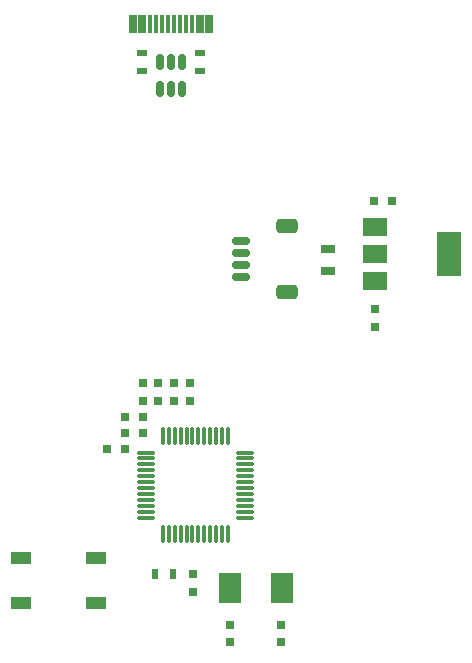
<source format=gbr>
%TF.GenerationSoftware,KiCad,Pcbnew,(6.0.1)*%
%TF.CreationDate,2022-02-15T23:07:00-05:00*%
%TF.ProjectId,herringbone_macro_pad,68657272-696e-4676-926f-6e655f6d6163,rev?*%
%TF.SameCoordinates,Original*%
%TF.FileFunction,Paste,Bot*%
%TF.FilePolarity,Positive*%
%FSLAX46Y46*%
G04 Gerber Fmt 4.6, Leading zero omitted, Abs format (unit mm)*
G04 Created by KiCad (PCBNEW (6.0.1)) date 2022-02-15 23:07:00*
%MOMM*%
%LPD*%
G01*
G04 APERTURE LIST*
G04 Aperture macros list*
%AMRoundRect*
0 Rectangle with rounded corners*
0 $1 Rounding radius*
0 $2 $3 $4 $5 $6 $7 $8 $9 X,Y pos of 4 corners*
0 Add a 4 corners polygon primitive as box body*
4,1,4,$2,$3,$4,$5,$6,$7,$8,$9,$2,$3,0*
0 Add four circle primitives for the rounded corners*
1,1,$1+$1,$2,$3*
1,1,$1+$1,$4,$5*
1,1,$1+$1,$6,$7*
1,1,$1+$1,$8,$9*
0 Add four rect primitives between the rounded corners*
20,1,$1+$1,$2,$3,$4,$5,0*
20,1,$1+$1,$4,$5,$6,$7,0*
20,1,$1+$1,$6,$7,$8,$9,0*
20,1,$1+$1,$8,$9,$2,$3,0*%
G04 Aperture macros list end*
%ADD10RoundRect,0.150000X-0.625000X0.150000X-0.625000X-0.150000X0.625000X-0.150000X0.625000X0.150000X0*%
%ADD11RoundRect,0.250000X-0.650000X0.350000X-0.650000X-0.350000X0.650000X-0.350000X0.650000X0.350000X0*%
%ADD12R,1.700000X1.000000*%
%ADD13R,0.800000X0.750000*%
%ADD14R,0.750000X0.800000*%
%ADD15R,2.000000X1.500000*%
%ADD16R,2.000000X3.800000*%
%ADD17RoundRect,0.050000X-0.300000X-0.725000X0.300000X-0.725000X0.300000X0.725000X-0.300000X0.725000X0*%
%ADD18RoundRect,0.050000X-0.150000X-0.725000X0.150000X-0.725000X0.150000X0.725000X-0.150000X0.725000X0*%
%ADD19R,1.300000X0.700000*%
%ADD20RoundRect,0.075000X0.662500X-0.075000X0.662500X0.075000X-0.662500X0.075000X-0.662500X-0.075000X0*%
%ADD21RoundRect,0.075000X0.075000X-0.662500X0.075000X0.662500X-0.075000X0.662500X-0.075000X-0.662500X0*%
%ADD22RoundRect,0.150000X-0.150000X0.512500X-0.150000X-0.512500X0.150000X-0.512500X0.150000X0.512500X0*%
%ADD23R,0.500000X0.900000*%
%ADD24R,0.900000X0.500000*%
%ADD25R,1.900000X2.500000*%
G04 APERTURE END LIST*
D10*
%TO.C,J1*%
X167850000Y-54650000D03*
X167850000Y-55650000D03*
X167850000Y-56650000D03*
X167850000Y-57650000D03*
D11*
X171725000Y-58950000D03*
X171725000Y-53350000D03*
%TD*%
D12*
%TO.C,SW11*%
X155550000Y-81450000D03*
X149250000Y-81450000D03*
X155550000Y-85250000D03*
X149250000Y-85250000D03*
%TD*%
D13*
%TO.C,C7*%
X158050000Y-69550000D03*
X159550000Y-69550000D03*
%TD*%
D14*
%TO.C,C12*%
X163750000Y-84300000D03*
X163750000Y-82800000D03*
%TD*%
D15*
%TO.C,U2*%
X179200000Y-58000000D03*
D16*
X185500000Y-55700000D03*
D15*
X179200000Y-55700000D03*
X179200000Y-53400000D03*
%TD*%
D14*
%TO.C,C9*%
X159530000Y-66650000D03*
X159530000Y-68150000D03*
%TD*%
D17*
%TO.C,USB1*%
X165150000Y-36270000D03*
X164375000Y-36270000D03*
D18*
X163675000Y-36270000D03*
X163175000Y-36270000D03*
X162675000Y-36270000D03*
X162175000Y-36270000D03*
X161675000Y-36270000D03*
X161175000Y-36270000D03*
X160675000Y-36270000D03*
X160175000Y-36270000D03*
D17*
X159475000Y-36270000D03*
X158700000Y-36270000D03*
%TD*%
D19*
%TO.C,D1*%
X175250000Y-55250000D03*
X175250000Y-57150000D03*
%TD*%
D20*
%TO.C,U3*%
X168152500Y-78020000D03*
X168152500Y-77520000D03*
X168152500Y-77020000D03*
X168152500Y-76520000D03*
X168152500Y-76020000D03*
X168152500Y-75520000D03*
X168152500Y-75020000D03*
X168152500Y-74520000D03*
X168152500Y-74020000D03*
X168152500Y-73520000D03*
X168152500Y-73020000D03*
X168152500Y-72520000D03*
D21*
X166740000Y-71107500D03*
X166240000Y-71107500D03*
X165740000Y-71107500D03*
X165240000Y-71107500D03*
X164740000Y-71107500D03*
X164240000Y-71107500D03*
X163740000Y-71107500D03*
X163240000Y-71107500D03*
X162740000Y-71107500D03*
X162240000Y-71107500D03*
X161740000Y-71107500D03*
X161240000Y-71107500D03*
D20*
X159827500Y-72520000D03*
X159827500Y-73020000D03*
X159827500Y-73520000D03*
X159827500Y-74020000D03*
X159827500Y-74520000D03*
X159827500Y-75020000D03*
X159827500Y-75520000D03*
X159827500Y-76020000D03*
X159827500Y-76520000D03*
X159827500Y-77020000D03*
X159827500Y-77520000D03*
X159827500Y-78020000D03*
D21*
X161240000Y-79432500D03*
X161740000Y-79432500D03*
X162240000Y-79432500D03*
X162740000Y-79432500D03*
X163240000Y-79432500D03*
X163740000Y-79432500D03*
X164240000Y-79432500D03*
X164740000Y-79432500D03*
X165240000Y-79432500D03*
X165740000Y-79432500D03*
X166240000Y-79432500D03*
X166740000Y-79432500D03*
%TD*%
D13*
%TO.C,C5*%
X158040000Y-70860000D03*
X159540000Y-70860000D03*
%TD*%
D14*
%TO.C,C10*%
X160860000Y-66650000D03*
X160860000Y-68150000D03*
%TD*%
%TO.C,C8*%
X163550000Y-68150000D03*
X163550000Y-66650000D03*
%TD*%
D13*
%TO.C,C11*%
X156500000Y-72200000D03*
X158000000Y-72200000D03*
%TD*%
D22*
%TO.C,U1*%
X160970000Y-41747500D03*
X161920000Y-41747500D03*
X162870000Y-41747500D03*
X162870000Y-39472500D03*
X161920000Y-39472500D03*
X160970000Y-39472500D03*
%TD*%
D23*
%TO.C,R5*%
X162100000Y-82800000D03*
X160600000Y-82800000D03*
%TD*%
D14*
%TO.C,C6*%
X162200000Y-66650000D03*
X162200000Y-68150000D03*
%TD*%
D13*
%TO.C,C3*%
X180650000Y-51250000D03*
X179150000Y-51250000D03*
%TD*%
D24*
%TO.C,R2*%
X164390000Y-38710000D03*
X164390000Y-40210000D03*
%TD*%
D14*
%TO.C,C2*%
X166950000Y-88600000D03*
X166950000Y-87100000D03*
%TD*%
%TO.C,C4*%
X179180000Y-61890000D03*
X179180000Y-60390000D03*
%TD*%
D24*
%TO.C,R1*%
X159440000Y-40210000D03*
X159440000Y-38710000D03*
%TD*%
D14*
%TO.C,C1*%
X171250000Y-88600000D03*
X171250000Y-87100000D03*
%TD*%
D25*
%TO.C,Y1*%
X171340625Y-83950000D03*
X166940625Y-83950000D03*
%TD*%
M02*

</source>
